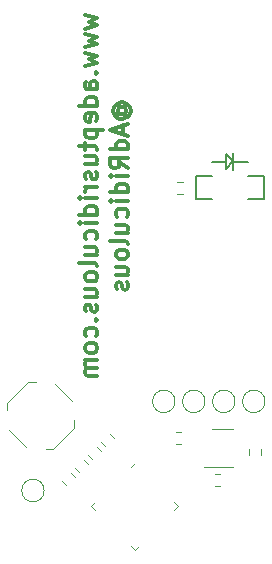
<source format=gbr>
G04 #@! TF.GenerationSoftware,KiCad,Pcbnew,(5.1.8)-1*
G04 #@! TF.CreationDate,2021-05-01T00:31:05-04:00*
G04 #@! TF.ProjectId,pcb,7063622e-6b69-4636-9164-5f7063625858,1*
G04 #@! TF.SameCoordinates,Original*
G04 #@! TF.FileFunction,Legend,Bot*
G04 #@! TF.FilePolarity,Positive*
%FSLAX46Y46*%
G04 Gerber Fmt 4.6, Leading zero omitted, Abs format (unit mm)*
G04 Created by KiCad (PCBNEW (5.1.8)-1) date 2021-05-01 00:31:05*
%MOMM*%
%LPD*%
G01*
G04 APERTURE LIST*
%ADD10C,0.304800*%
%ADD11C,0.120000*%
%ADD12C,0.203200*%
%ADD13C,1.601600*%
%ADD14C,2.301600*%
G04 APERTURE END LIST*
D10*
X202008028Y-74701142D02*
X203024028Y-74991428D01*
X202298314Y-75281714D01*
X203024028Y-75572000D01*
X202008028Y-75862285D01*
X202008028Y-76297714D02*
X203024028Y-76588000D01*
X202298314Y-76878285D01*
X203024028Y-77168571D01*
X202008028Y-77458857D01*
X202008028Y-77894285D02*
X203024028Y-78184571D01*
X202298314Y-78474857D01*
X203024028Y-78765142D01*
X202008028Y-79055428D01*
X202878885Y-79636000D02*
X202951457Y-79708571D01*
X203024028Y-79636000D01*
X202951457Y-79563428D01*
X202878885Y-79636000D01*
X203024028Y-79636000D01*
X203024028Y-81014857D02*
X202225742Y-81014857D01*
X202080600Y-80942285D01*
X202008028Y-80797142D01*
X202008028Y-80506857D01*
X202080600Y-80361714D01*
X202951457Y-81014857D02*
X203024028Y-80869714D01*
X203024028Y-80506857D01*
X202951457Y-80361714D01*
X202806314Y-80289142D01*
X202661171Y-80289142D01*
X202516028Y-80361714D01*
X202443457Y-80506857D01*
X202443457Y-80869714D01*
X202370885Y-81014857D01*
X203024028Y-82393714D02*
X201500028Y-82393714D01*
X202951457Y-82393714D02*
X203024028Y-82248571D01*
X203024028Y-81958285D01*
X202951457Y-81813142D01*
X202878885Y-81740571D01*
X202733742Y-81668000D01*
X202298314Y-81668000D01*
X202153171Y-81740571D01*
X202080600Y-81813142D01*
X202008028Y-81958285D01*
X202008028Y-82248571D01*
X202080600Y-82393714D01*
X202951457Y-83700000D02*
X203024028Y-83554857D01*
X203024028Y-83264571D01*
X202951457Y-83119428D01*
X202806314Y-83046857D01*
X202225742Y-83046857D01*
X202080600Y-83119428D01*
X202008028Y-83264571D01*
X202008028Y-83554857D01*
X202080600Y-83700000D01*
X202225742Y-83772571D01*
X202370885Y-83772571D01*
X202516028Y-83046857D01*
X202008028Y-84425714D02*
X203532028Y-84425714D01*
X202080600Y-84425714D02*
X202008028Y-84570857D01*
X202008028Y-84861142D01*
X202080600Y-85006285D01*
X202153171Y-85078857D01*
X202298314Y-85151428D01*
X202733742Y-85151428D01*
X202878885Y-85078857D01*
X202951457Y-85006285D01*
X203024028Y-84861142D01*
X203024028Y-84570857D01*
X202951457Y-84425714D01*
X202008028Y-85586857D02*
X202008028Y-86167428D01*
X201500028Y-85804571D02*
X202806314Y-85804571D01*
X202951457Y-85877142D01*
X203024028Y-86022285D01*
X203024028Y-86167428D01*
X202008028Y-87328571D02*
X203024028Y-87328571D01*
X202008028Y-86675428D02*
X202806314Y-86675428D01*
X202951457Y-86748000D01*
X203024028Y-86893142D01*
X203024028Y-87110857D01*
X202951457Y-87256000D01*
X202878885Y-87328571D01*
X202951457Y-87981714D02*
X203024028Y-88126857D01*
X203024028Y-88417142D01*
X202951457Y-88562285D01*
X202806314Y-88634857D01*
X202733742Y-88634857D01*
X202588600Y-88562285D01*
X202516028Y-88417142D01*
X202516028Y-88199428D01*
X202443457Y-88054285D01*
X202298314Y-87981714D01*
X202225742Y-87981714D01*
X202080600Y-88054285D01*
X202008028Y-88199428D01*
X202008028Y-88417142D01*
X202080600Y-88562285D01*
X203024028Y-89288000D02*
X202008028Y-89288000D01*
X202298314Y-89288000D02*
X202153171Y-89360571D01*
X202080600Y-89433142D01*
X202008028Y-89578285D01*
X202008028Y-89723428D01*
X203024028Y-90231428D02*
X202008028Y-90231428D01*
X201500028Y-90231428D02*
X201572600Y-90158857D01*
X201645171Y-90231428D01*
X201572600Y-90304000D01*
X201500028Y-90231428D01*
X201645171Y-90231428D01*
X203024028Y-91610285D02*
X201500028Y-91610285D01*
X202951457Y-91610285D02*
X203024028Y-91465142D01*
X203024028Y-91174857D01*
X202951457Y-91029714D01*
X202878885Y-90957142D01*
X202733742Y-90884571D01*
X202298314Y-90884571D01*
X202153171Y-90957142D01*
X202080600Y-91029714D01*
X202008028Y-91174857D01*
X202008028Y-91465142D01*
X202080600Y-91610285D01*
X203024028Y-92336000D02*
X202008028Y-92336000D01*
X201500028Y-92336000D02*
X201572600Y-92263428D01*
X201645171Y-92336000D01*
X201572600Y-92408571D01*
X201500028Y-92336000D01*
X201645171Y-92336000D01*
X202951457Y-93714857D02*
X203024028Y-93569714D01*
X203024028Y-93279428D01*
X202951457Y-93134285D01*
X202878885Y-93061714D01*
X202733742Y-92989142D01*
X202298314Y-92989142D01*
X202153171Y-93061714D01*
X202080600Y-93134285D01*
X202008028Y-93279428D01*
X202008028Y-93569714D01*
X202080600Y-93714857D01*
X202008028Y-95021142D02*
X203024028Y-95021142D01*
X202008028Y-94368000D02*
X202806314Y-94368000D01*
X202951457Y-94440571D01*
X203024028Y-94585714D01*
X203024028Y-94803428D01*
X202951457Y-94948571D01*
X202878885Y-95021142D01*
X203024028Y-95964571D02*
X202951457Y-95819428D01*
X202806314Y-95746857D01*
X201500028Y-95746857D01*
X203024028Y-96762857D02*
X202951457Y-96617714D01*
X202878885Y-96545142D01*
X202733742Y-96472571D01*
X202298314Y-96472571D01*
X202153171Y-96545142D01*
X202080600Y-96617714D01*
X202008028Y-96762857D01*
X202008028Y-96980571D01*
X202080600Y-97125714D01*
X202153171Y-97198285D01*
X202298314Y-97270857D01*
X202733742Y-97270857D01*
X202878885Y-97198285D01*
X202951457Y-97125714D01*
X203024028Y-96980571D01*
X203024028Y-96762857D01*
X202008028Y-98577142D02*
X203024028Y-98577142D01*
X202008028Y-97924000D02*
X202806314Y-97924000D01*
X202951457Y-97996571D01*
X203024028Y-98141714D01*
X203024028Y-98359428D01*
X202951457Y-98504571D01*
X202878885Y-98577142D01*
X202951457Y-99230285D02*
X203024028Y-99375428D01*
X203024028Y-99665714D01*
X202951457Y-99810857D01*
X202806314Y-99883428D01*
X202733742Y-99883428D01*
X202588600Y-99810857D01*
X202516028Y-99665714D01*
X202516028Y-99448000D01*
X202443457Y-99302857D01*
X202298314Y-99230285D01*
X202225742Y-99230285D01*
X202080600Y-99302857D01*
X202008028Y-99448000D01*
X202008028Y-99665714D01*
X202080600Y-99810857D01*
X202878885Y-100536571D02*
X202951457Y-100609142D01*
X203024028Y-100536571D01*
X202951457Y-100464000D01*
X202878885Y-100536571D01*
X203024028Y-100536571D01*
X202951457Y-101915428D02*
X203024028Y-101770285D01*
X203024028Y-101480000D01*
X202951457Y-101334857D01*
X202878885Y-101262285D01*
X202733742Y-101189714D01*
X202298314Y-101189714D01*
X202153171Y-101262285D01*
X202080600Y-101334857D01*
X202008028Y-101480000D01*
X202008028Y-101770285D01*
X202080600Y-101915428D01*
X203024028Y-102786285D02*
X202951457Y-102641142D01*
X202878885Y-102568571D01*
X202733742Y-102496000D01*
X202298314Y-102496000D01*
X202153171Y-102568571D01*
X202080600Y-102641142D01*
X202008028Y-102786285D01*
X202008028Y-103004000D01*
X202080600Y-103149142D01*
X202153171Y-103221714D01*
X202298314Y-103294285D01*
X202733742Y-103294285D01*
X202878885Y-103221714D01*
X202951457Y-103149142D01*
X203024028Y-103004000D01*
X203024028Y-102786285D01*
X203024028Y-103947428D02*
X202008028Y-103947428D01*
X202153171Y-103947428D02*
X202080600Y-104020000D01*
X202008028Y-104165142D01*
X202008028Y-104382857D01*
X202080600Y-104528000D01*
X202225742Y-104600571D01*
X203024028Y-104600571D01*
X202225742Y-104600571D02*
X202080600Y-104673142D01*
X202008028Y-104818285D01*
X202008028Y-105036000D01*
X202080600Y-105181142D01*
X202225742Y-105253714D01*
X203024028Y-105253714D01*
X204889114Y-83119428D02*
X204816542Y-83046857D01*
X204743971Y-82901714D01*
X204743971Y-82756571D01*
X204816542Y-82611428D01*
X204889114Y-82538857D01*
X205034257Y-82466285D01*
X205179400Y-82466285D01*
X205324542Y-82538857D01*
X205397114Y-82611428D01*
X205469685Y-82756571D01*
X205469685Y-82901714D01*
X205397114Y-83046857D01*
X205324542Y-83119428D01*
X204743971Y-83119428D02*
X205324542Y-83119428D01*
X205397114Y-83192000D01*
X205397114Y-83264571D01*
X205324542Y-83409714D01*
X205179400Y-83482285D01*
X204816542Y-83482285D01*
X204598828Y-83337142D01*
X204453685Y-83119428D01*
X204381114Y-82829142D01*
X204453685Y-82538857D01*
X204598828Y-82321142D01*
X204816542Y-82176000D01*
X205106828Y-82103428D01*
X205397114Y-82176000D01*
X205614828Y-82321142D01*
X205759971Y-82538857D01*
X205832542Y-82829142D01*
X205759971Y-83119428D01*
X205614828Y-83337142D01*
X205179400Y-84062857D02*
X205179400Y-84788571D01*
X205614828Y-83917714D02*
X204090828Y-84425714D01*
X205614828Y-84933714D01*
X205614828Y-86094857D02*
X204090828Y-86094857D01*
X205542257Y-86094857D02*
X205614828Y-85949714D01*
X205614828Y-85659428D01*
X205542257Y-85514285D01*
X205469685Y-85441714D01*
X205324542Y-85369142D01*
X204889114Y-85369142D01*
X204743971Y-85441714D01*
X204671400Y-85514285D01*
X204598828Y-85659428D01*
X204598828Y-85949714D01*
X204671400Y-86094857D01*
X205614828Y-87691428D02*
X204889114Y-87183428D01*
X205614828Y-86820571D02*
X204090828Y-86820571D01*
X204090828Y-87401142D01*
X204163400Y-87546285D01*
X204235971Y-87618857D01*
X204381114Y-87691428D01*
X204598828Y-87691428D01*
X204743971Y-87618857D01*
X204816542Y-87546285D01*
X204889114Y-87401142D01*
X204889114Y-86820571D01*
X205614828Y-88344571D02*
X204598828Y-88344571D01*
X204090828Y-88344571D02*
X204163400Y-88272000D01*
X204235971Y-88344571D01*
X204163400Y-88417142D01*
X204090828Y-88344571D01*
X204235971Y-88344571D01*
X205614828Y-89723428D02*
X204090828Y-89723428D01*
X205542257Y-89723428D02*
X205614828Y-89578285D01*
X205614828Y-89288000D01*
X205542257Y-89142857D01*
X205469685Y-89070285D01*
X205324542Y-88997714D01*
X204889114Y-88997714D01*
X204743971Y-89070285D01*
X204671400Y-89142857D01*
X204598828Y-89288000D01*
X204598828Y-89578285D01*
X204671400Y-89723428D01*
X205614828Y-90449142D02*
X204598828Y-90449142D01*
X204090828Y-90449142D02*
X204163400Y-90376571D01*
X204235971Y-90449142D01*
X204163400Y-90521714D01*
X204090828Y-90449142D01*
X204235971Y-90449142D01*
X205542257Y-91828000D02*
X205614828Y-91682857D01*
X205614828Y-91392571D01*
X205542257Y-91247428D01*
X205469685Y-91174857D01*
X205324542Y-91102285D01*
X204889114Y-91102285D01*
X204743971Y-91174857D01*
X204671400Y-91247428D01*
X204598828Y-91392571D01*
X204598828Y-91682857D01*
X204671400Y-91828000D01*
X204598828Y-93134285D02*
X205614828Y-93134285D01*
X204598828Y-92481142D02*
X205397114Y-92481142D01*
X205542257Y-92553714D01*
X205614828Y-92698857D01*
X205614828Y-92916571D01*
X205542257Y-93061714D01*
X205469685Y-93134285D01*
X205614828Y-94077714D02*
X205542257Y-93932571D01*
X205397114Y-93860000D01*
X204090828Y-93860000D01*
X205614828Y-94876000D02*
X205542257Y-94730857D01*
X205469685Y-94658285D01*
X205324542Y-94585714D01*
X204889114Y-94585714D01*
X204743971Y-94658285D01*
X204671400Y-94730857D01*
X204598828Y-94876000D01*
X204598828Y-95093714D01*
X204671400Y-95238857D01*
X204743971Y-95311428D01*
X204889114Y-95384000D01*
X205324542Y-95384000D01*
X205469685Y-95311428D01*
X205542257Y-95238857D01*
X205614828Y-95093714D01*
X205614828Y-94876000D01*
X204598828Y-96690285D02*
X205614828Y-96690285D01*
X204598828Y-96037142D02*
X205397114Y-96037142D01*
X205542257Y-96109714D01*
X205614828Y-96254857D01*
X205614828Y-96472571D01*
X205542257Y-96617714D01*
X205469685Y-96690285D01*
X205542257Y-97343428D02*
X205614828Y-97488571D01*
X205614828Y-97778857D01*
X205542257Y-97924000D01*
X205397114Y-97996571D01*
X205324542Y-97996571D01*
X205179400Y-97924000D01*
X205106828Y-97778857D01*
X205106828Y-97561142D01*
X205034257Y-97416000D01*
X204889114Y-97343428D01*
X204816542Y-97343428D01*
X204671400Y-97416000D01*
X204598828Y-97561142D01*
X204598828Y-97778857D01*
X204671400Y-97924000D01*
D11*
X201901697Y-112362770D02*
X202237230Y-112698303D01*
X201162770Y-113101697D02*
X201498303Y-113437230D01*
X203337230Y-111598303D02*
X203001697Y-111262770D01*
X202598303Y-112337230D02*
X202262770Y-112001697D01*
X203698303Y-111237230D02*
X203362770Y-110901697D01*
X204437230Y-110498303D02*
X204101697Y-110162770D01*
X212962742Y-113577500D02*
X213437258Y-113577500D01*
X212962742Y-114622500D02*
X213437258Y-114622500D01*
X216922500Y-111937258D02*
X216922500Y-111462742D01*
X215877500Y-111937258D02*
X215877500Y-111462742D01*
X210137258Y-109977500D02*
X209662742Y-109977500D01*
X210137258Y-111022500D02*
X209662742Y-111022500D01*
X210257258Y-88807500D02*
X209782742Y-88807500D01*
X210257258Y-89852500D02*
X209782742Y-89852500D01*
X200398303Y-114537230D02*
X200062770Y-114201697D01*
X201137230Y-113798303D02*
X200801697Y-113462770D01*
X217220000Y-107420000D02*
G75*
G03*
X217220000Y-107420000I-950000J0D01*
G01*
X212140000Y-107420000D02*
G75*
G03*
X212140000Y-107420000I-950000J0D01*
G01*
X214680000Y-107420000D02*
G75*
G03*
X214680000Y-107420000I-950000J0D01*
G01*
X209600000Y-107420000D02*
G75*
G03*
X209600000Y-107420000I-950000J0D01*
G01*
X198520000Y-114970000D02*
G75*
G03*
X198520000Y-114970000I-950000J0D01*
G01*
X205864124Y-112944778D02*
X206200000Y-112608903D01*
X206200000Y-119991097D02*
X205864124Y-119655222D01*
X206535876Y-119655222D02*
X206200000Y-119991097D01*
X209891097Y-116300000D02*
X209555222Y-115964124D01*
X209555222Y-116635876D02*
X209891097Y-116300000D01*
X202508903Y-116300000D02*
X202844778Y-116635876D01*
X202844778Y-115964124D02*
X202508903Y-116300000D01*
X214500000Y-113010000D02*
X212050000Y-113010000D01*
X212700000Y-109790000D02*
X214500000Y-109790000D01*
D12*
X214540000Y-87120000D02*
X215740000Y-87120000D01*
X212740000Y-87120000D02*
X213940000Y-87120000D01*
X213940000Y-86510000D02*
X214540000Y-87110000D01*
X213940000Y-87120000D02*
X213940000Y-86510000D01*
X213940000Y-87710000D02*
X213940000Y-87120000D01*
X214540000Y-87110000D02*
X213940000Y-87710000D01*
X214540000Y-87110000D02*
X214540000Y-86410000D01*
X214540000Y-87120000D02*
X214540000Y-87110000D01*
X214540000Y-87810000D02*
X214540000Y-87120000D01*
X217140000Y-88320000D02*
X215740000Y-88320000D01*
X217140000Y-90320000D02*
X217140000Y-88320000D01*
X215740000Y-90320000D02*
X217140000Y-90320000D01*
X211340000Y-88320000D02*
X212740000Y-88320000D01*
X211340000Y-90320000D02*
X211340000Y-88320000D01*
X212740000Y-90320000D02*
X211340000Y-90320000D01*
D11*
X199280660Y-111418427D02*
X201048427Y-109650660D01*
X196982563Y-111241650D02*
X195568350Y-109827437D01*
X195391573Y-107529340D02*
X197159340Y-105761573D01*
X200871650Y-107352563D02*
X199457437Y-105938350D01*
X198644264Y-111418427D02*
X199280660Y-111418427D01*
X201048427Y-109014264D02*
X201048427Y-109650660D01*
X197795736Y-105761573D02*
X197159340Y-105761573D01*
X195391573Y-108165736D02*
X195391573Y-107529340D01*
%LPC*%
G36*
G01*
X200585458Y-112210288D02*
X201010288Y-111785458D01*
G75*
G02*
X201329052Y-111785458I159382J-159382D01*
G01*
X201647816Y-112104222D01*
G75*
G02*
X201647816Y-112422986I-159382J-159382D01*
G01*
X201222986Y-112847816D01*
G75*
G02*
X200904222Y-112847816I-159382J159382D01*
G01*
X200585458Y-112529052D01*
G75*
G02*
X200585458Y-112210288I159382J159382D01*
G01*
G37*
G36*
G01*
X201752184Y-113377014D02*
X202177014Y-112952184D01*
G75*
G02*
X202495778Y-112952184I159382J-159382D01*
G01*
X202814542Y-113270948D01*
G75*
G02*
X202814542Y-113589712I-159382J-159382D01*
G01*
X202389712Y-114014542D01*
G75*
G02*
X202070948Y-114014542I-159382J159382D01*
G01*
X201752184Y-113695778D01*
G75*
G02*
X201752184Y-113377014I159382J159382D01*
G01*
G37*
G36*
G01*
X202747816Y-111322986D02*
X202322986Y-111747816D01*
G75*
G02*
X202004222Y-111747816I-159382J159382D01*
G01*
X201685458Y-111429052D01*
G75*
G02*
X201685458Y-111110288I159382J159382D01*
G01*
X202110288Y-110685458D01*
G75*
G02*
X202429052Y-110685458I159382J-159382D01*
G01*
X202747816Y-111004222D01*
G75*
G02*
X202747816Y-111322986I-159382J-159382D01*
G01*
G37*
G36*
G01*
X203914542Y-112489712D02*
X203489712Y-112914542D01*
G75*
G02*
X203170948Y-112914542I-159382J159382D01*
G01*
X202852184Y-112595778D01*
G75*
G02*
X202852184Y-112277014I159382J159382D01*
G01*
X203277014Y-111852184D01*
G75*
G02*
X203595778Y-111852184I159382J-159382D01*
G01*
X203914542Y-112170948D01*
G75*
G02*
X203914542Y-112489712I-159382J-159382D01*
G01*
G37*
G36*
G01*
X205014542Y-111389712D02*
X204589712Y-111814542D01*
G75*
G02*
X204270948Y-111814542I-159382J159382D01*
G01*
X203952184Y-111495778D01*
G75*
G02*
X203952184Y-111177014I159382J159382D01*
G01*
X204377014Y-110752184D01*
G75*
G02*
X204695778Y-110752184I159382J-159382D01*
G01*
X205014542Y-111070948D01*
G75*
G02*
X205014542Y-111389712I-159382J-159382D01*
G01*
G37*
G36*
G01*
X203847816Y-110222986D02*
X203422986Y-110647816D01*
G75*
G02*
X203104222Y-110647816I-159382J159382D01*
G01*
X202785458Y-110329052D01*
G75*
G02*
X202785458Y-110010288I159382J159382D01*
G01*
X203210288Y-109585458D01*
G75*
G02*
X203529052Y-109585458I159382J-159382D01*
G01*
X203847816Y-109904222D01*
G75*
G02*
X203847816Y-110222986I-159382J-159382D01*
G01*
G37*
G36*
G01*
X211924200Y-114400400D02*
X211924200Y-113799600D01*
G75*
G02*
X212149600Y-113574200I225400J0D01*
G01*
X212600400Y-113574200D01*
G75*
G02*
X212825800Y-113799600I0J-225400D01*
G01*
X212825800Y-114400400D01*
G75*
G02*
X212600400Y-114625800I-225400J0D01*
G01*
X212149600Y-114625800D01*
G75*
G02*
X211924200Y-114400400I0J225400D01*
G01*
G37*
G36*
G01*
X213574200Y-114400400D02*
X213574200Y-113799600D01*
G75*
G02*
X213799600Y-113574200I225400J0D01*
G01*
X214250400Y-113574200D01*
G75*
G02*
X214475800Y-113799600I0J-225400D01*
G01*
X214475800Y-114400400D01*
G75*
G02*
X214250400Y-114625800I-225400J0D01*
G01*
X213799600Y-114625800D01*
G75*
G02*
X213574200Y-114400400I0J225400D01*
G01*
G37*
G36*
G01*
X216700400Y-111325800D02*
X216099600Y-111325800D01*
G75*
G02*
X215874200Y-111100400I0J225400D01*
G01*
X215874200Y-110649600D01*
G75*
G02*
X216099600Y-110424200I225400J0D01*
G01*
X216700400Y-110424200D01*
G75*
G02*
X216925800Y-110649600I0J-225400D01*
G01*
X216925800Y-111100400D01*
G75*
G02*
X216700400Y-111325800I-225400J0D01*
G01*
G37*
G36*
G01*
X216700400Y-112975800D02*
X216099600Y-112975800D01*
G75*
G02*
X215874200Y-112750400I0J225400D01*
G01*
X215874200Y-112299600D01*
G75*
G02*
X216099600Y-112074200I225400J0D01*
G01*
X216700400Y-112074200D01*
G75*
G02*
X216925800Y-112299600I0J-225400D01*
G01*
X216925800Y-112750400D01*
G75*
G02*
X216700400Y-112975800I-225400J0D01*
G01*
G37*
G36*
G01*
X209525800Y-110199600D02*
X209525800Y-110800400D01*
G75*
G02*
X209300400Y-111025800I-225400J0D01*
G01*
X208849600Y-111025800D01*
G75*
G02*
X208624200Y-110800400I0J225400D01*
G01*
X208624200Y-110199600D01*
G75*
G02*
X208849600Y-109974200I225400J0D01*
G01*
X209300400Y-109974200D01*
G75*
G02*
X209525800Y-110199600I0J-225400D01*
G01*
G37*
G36*
G01*
X211175800Y-110199600D02*
X211175800Y-110800400D01*
G75*
G02*
X210950400Y-111025800I-225400J0D01*
G01*
X210499600Y-111025800D01*
G75*
G02*
X210274200Y-110800400I0J225400D01*
G01*
X210274200Y-110199600D01*
G75*
G02*
X210499600Y-109974200I225400J0D01*
G01*
X210950400Y-109974200D01*
G75*
G02*
X211175800Y-110199600I0J-225400D01*
G01*
G37*
G36*
G01*
X209645800Y-89029600D02*
X209645800Y-89630400D01*
G75*
G02*
X209420400Y-89855800I-225400J0D01*
G01*
X208969600Y-89855800D01*
G75*
G02*
X208744200Y-89630400I0J225400D01*
G01*
X208744200Y-89029600D01*
G75*
G02*
X208969600Y-88804200I225400J0D01*
G01*
X209420400Y-88804200D01*
G75*
G02*
X209645800Y-89029600I0J-225400D01*
G01*
G37*
G36*
G01*
X211295800Y-89029600D02*
X211295800Y-89630400D01*
G75*
G02*
X211070400Y-89855800I-225400J0D01*
G01*
X210619600Y-89855800D01*
G75*
G02*
X210394200Y-89630400I0J225400D01*
G01*
X210394200Y-89029600D01*
G75*
G02*
X210619600Y-88804200I225400J0D01*
G01*
X211070400Y-88804200D01*
G75*
G02*
X211295800Y-89029600I0J-225400D01*
G01*
G37*
G36*
G01*
X201714542Y-114689712D02*
X201289712Y-115114542D01*
G75*
G02*
X200970948Y-115114542I-159382J159382D01*
G01*
X200652184Y-114795778D01*
G75*
G02*
X200652184Y-114477014I159382J159382D01*
G01*
X201077014Y-114052184D01*
G75*
G02*
X201395778Y-114052184I159382J-159382D01*
G01*
X201714542Y-114370948D01*
G75*
G02*
X201714542Y-114689712I-159382J-159382D01*
G01*
G37*
G36*
G01*
X200547816Y-113522986D02*
X200122986Y-113947816D01*
G75*
G02*
X199804222Y-113947816I-159382J159382D01*
G01*
X199485458Y-113629052D01*
G75*
G02*
X199485458Y-113310288I159382J159382D01*
G01*
X199910288Y-112885458D01*
G75*
G02*
X200229052Y-112885458I159382J-159382D01*
G01*
X200547816Y-113204222D01*
G75*
G02*
X200547816Y-113522986I-159382J-159382D01*
G01*
G37*
D13*
X216270000Y-107420000D03*
X211190000Y-107420000D03*
X213730000Y-107420000D03*
X208650000Y-107420000D03*
X197570000Y-114970000D03*
G36*
G01*
X206951584Y-112949233D02*
X207075894Y-113073543D01*
G75*
G02*
X207075894Y-113197853I-62155J-62155D01*
G01*
X206562676Y-113711071D01*
G75*
G02*
X206438366Y-113711071I-62155J62155D01*
G01*
X206314056Y-113586761D01*
G75*
G02*
X206314056Y-113462451I62155J62155D01*
G01*
X206827274Y-112949233D01*
G75*
G02*
X206951584Y-112949233I62155J-62155D01*
G01*
G37*
G36*
G01*
X207305137Y-113302786D02*
X207429447Y-113427096D01*
G75*
G02*
X207429447Y-113551406I-62155J-62155D01*
G01*
X206916229Y-114064624D01*
G75*
G02*
X206791919Y-114064624I-62155J62155D01*
G01*
X206667609Y-113940314D01*
G75*
G02*
X206667609Y-113816004I62155J62155D01*
G01*
X207180827Y-113302786D01*
G75*
G02*
X207305137Y-113302786I62155J-62155D01*
G01*
G37*
G36*
G01*
X207658691Y-113656339D02*
X207783001Y-113780649D01*
G75*
G02*
X207783001Y-113904959I-62155J-62155D01*
G01*
X207269783Y-114418177D01*
G75*
G02*
X207145473Y-114418177I-62155J62155D01*
G01*
X207021163Y-114293867D01*
G75*
G02*
X207021163Y-114169557I62155J62155D01*
G01*
X207534381Y-113656339D01*
G75*
G02*
X207658691Y-113656339I62155J-62155D01*
G01*
G37*
G36*
G01*
X208012244Y-114009893D02*
X208136554Y-114134203D01*
G75*
G02*
X208136554Y-114258513I-62155J-62155D01*
G01*
X207623336Y-114771731D01*
G75*
G02*
X207499026Y-114771731I-62155J62155D01*
G01*
X207374716Y-114647421D01*
G75*
G02*
X207374716Y-114523111I62155J62155D01*
G01*
X207887934Y-114009893D01*
G75*
G02*
X208012244Y-114009893I62155J-62155D01*
G01*
G37*
G36*
G01*
X208365797Y-114363446D02*
X208490107Y-114487756D01*
G75*
G02*
X208490107Y-114612066I-62155J-62155D01*
G01*
X207976889Y-115125284D01*
G75*
G02*
X207852579Y-115125284I-62155J62155D01*
G01*
X207728269Y-115000974D01*
G75*
G02*
X207728269Y-114876664I62155J62155D01*
G01*
X208241487Y-114363446D01*
G75*
G02*
X208365797Y-114363446I62155J-62155D01*
G01*
G37*
G36*
G01*
X208719351Y-114716999D02*
X208843661Y-114841309D01*
G75*
G02*
X208843661Y-114965619I-62155J-62155D01*
G01*
X208330443Y-115478837D01*
G75*
G02*
X208206133Y-115478837I-62155J62155D01*
G01*
X208081823Y-115354527D01*
G75*
G02*
X208081823Y-115230217I62155J62155D01*
G01*
X208595041Y-114716999D01*
G75*
G02*
X208719351Y-114716999I62155J-62155D01*
G01*
G37*
G36*
G01*
X209072904Y-115070553D02*
X209197214Y-115194863D01*
G75*
G02*
X209197214Y-115319173I-62155J-62155D01*
G01*
X208683996Y-115832391D01*
G75*
G02*
X208559686Y-115832391I-62155J62155D01*
G01*
X208435376Y-115708081D01*
G75*
G02*
X208435376Y-115583771I62155J62155D01*
G01*
X208948594Y-115070553D01*
G75*
G02*
X209072904Y-115070553I62155J-62155D01*
G01*
G37*
G36*
G01*
X209426457Y-115424106D02*
X209550767Y-115548416D01*
G75*
G02*
X209550767Y-115672726I-62155J-62155D01*
G01*
X209037549Y-116185944D01*
G75*
G02*
X208913239Y-116185944I-62155J62155D01*
G01*
X208788929Y-116061634D01*
G75*
G02*
X208788929Y-115937324I62155J62155D01*
G01*
X209302147Y-115424106D01*
G75*
G02*
X209426457Y-115424106I62155J-62155D01*
G01*
G37*
G36*
G01*
X209037549Y-116414056D02*
X209550767Y-116927274D01*
G75*
G02*
X209550767Y-117051584I-62155J-62155D01*
G01*
X209426457Y-117175894D01*
G75*
G02*
X209302147Y-117175894I-62155J62155D01*
G01*
X208788929Y-116662676D01*
G75*
G02*
X208788929Y-116538366I62155J62155D01*
G01*
X208913239Y-116414056D01*
G75*
G02*
X209037549Y-116414056I62155J-62155D01*
G01*
G37*
G36*
G01*
X208683996Y-116767609D02*
X209197214Y-117280827D01*
G75*
G02*
X209197214Y-117405137I-62155J-62155D01*
G01*
X209072904Y-117529447D01*
G75*
G02*
X208948594Y-117529447I-62155J62155D01*
G01*
X208435376Y-117016229D01*
G75*
G02*
X208435376Y-116891919I62155J62155D01*
G01*
X208559686Y-116767609D01*
G75*
G02*
X208683996Y-116767609I62155J-62155D01*
G01*
G37*
G36*
G01*
X208330443Y-117121163D02*
X208843661Y-117634381D01*
G75*
G02*
X208843661Y-117758691I-62155J-62155D01*
G01*
X208719351Y-117883001D01*
G75*
G02*
X208595041Y-117883001I-62155J62155D01*
G01*
X208081823Y-117369783D01*
G75*
G02*
X208081823Y-117245473I62155J62155D01*
G01*
X208206133Y-117121163D01*
G75*
G02*
X208330443Y-117121163I62155J-62155D01*
G01*
G37*
G36*
G01*
X207976889Y-117474716D02*
X208490107Y-117987934D01*
G75*
G02*
X208490107Y-118112244I-62155J-62155D01*
G01*
X208365797Y-118236554D01*
G75*
G02*
X208241487Y-118236554I-62155J62155D01*
G01*
X207728269Y-117723336D01*
G75*
G02*
X207728269Y-117599026I62155J62155D01*
G01*
X207852579Y-117474716D01*
G75*
G02*
X207976889Y-117474716I62155J-62155D01*
G01*
G37*
G36*
G01*
X207623336Y-117828269D02*
X208136554Y-118341487D01*
G75*
G02*
X208136554Y-118465797I-62155J-62155D01*
G01*
X208012244Y-118590107D01*
G75*
G02*
X207887934Y-118590107I-62155J62155D01*
G01*
X207374716Y-118076889D01*
G75*
G02*
X207374716Y-117952579I62155J62155D01*
G01*
X207499026Y-117828269D01*
G75*
G02*
X207623336Y-117828269I62155J-62155D01*
G01*
G37*
G36*
G01*
X207269783Y-118181823D02*
X207783001Y-118695041D01*
G75*
G02*
X207783001Y-118819351I-62155J-62155D01*
G01*
X207658691Y-118943661D01*
G75*
G02*
X207534381Y-118943661I-62155J62155D01*
G01*
X207021163Y-118430443D01*
G75*
G02*
X207021163Y-118306133I62155J62155D01*
G01*
X207145473Y-118181823D01*
G75*
G02*
X207269783Y-118181823I62155J-62155D01*
G01*
G37*
G36*
G01*
X206916229Y-118535376D02*
X207429447Y-119048594D01*
G75*
G02*
X207429447Y-119172904I-62155J-62155D01*
G01*
X207305137Y-119297214D01*
G75*
G02*
X207180827Y-119297214I-62155J62155D01*
G01*
X206667609Y-118783996D01*
G75*
G02*
X206667609Y-118659686I62155J62155D01*
G01*
X206791919Y-118535376D01*
G75*
G02*
X206916229Y-118535376I62155J-62155D01*
G01*
G37*
G36*
G01*
X206562676Y-118888929D02*
X207075894Y-119402147D01*
G75*
G02*
X207075894Y-119526457I-62155J-62155D01*
G01*
X206951584Y-119650767D01*
G75*
G02*
X206827274Y-119650767I-62155J62155D01*
G01*
X206314056Y-119137549D01*
G75*
G02*
X206314056Y-119013239I62155J62155D01*
G01*
X206438366Y-118888929D01*
G75*
G02*
X206562676Y-118888929I62155J-62155D01*
G01*
G37*
G36*
G01*
X205961634Y-118888929D02*
X206085944Y-119013239D01*
G75*
G02*
X206085944Y-119137549I-62155J-62155D01*
G01*
X205572726Y-119650767D01*
G75*
G02*
X205448416Y-119650767I-62155J62155D01*
G01*
X205324106Y-119526457D01*
G75*
G02*
X205324106Y-119402147I62155J62155D01*
G01*
X205837324Y-118888929D01*
G75*
G02*
X205961634Y-118888929I62155J-62155D01*
G01*
G37*
G36*
G01*
X205608081Y-118535376D02*
X205732391Y-118659686D01*
G75*
G02*
X205732391Y-118783996I-62155J-62155D01*
G01*
X205219173Y-119297214D01*
G75*
G02*
X205094863Y-119297214I-62155J62155D01*
G01*
X204970553Y-119172904D01*
G75*
G02*
X204970553Y-119048594I62155J62155D01*
G01*
X205483771Y-118535376D01*
G75*
G02*
X205608081Y-118535376I62155J-62155D01*
G01*
G37*
G36*
G01*
X205254527Y-118181823D02*
X205378837Y-118306133D01*
G75*
G02*
X205378837Y-118430443I-62155J-62155D01*
G01*
X204865619Y-118943661D01*
G75*
G02*
X204741309Y-118943661I-62155J62155D01*
G01*
X204616999Y-118819351D01*
G75*
G02*
X204616999Y-118695041I62155J62155D01*
G01*
X205130217Y-118181823D01*
G75*
G02*
X205254527Y-118181823I62155J-62155D01*
G01*
G37*
G36*
G01*
X204900974Y-117828269D02*
X205025284Y-117952579D01*
G75*
G02*
X205025284Y-118076889I-62155J-62155D01*
G01*
X204512066Y-118590107D01*
G75*
G02*
X204387756Y-118590107I-62155J62155D01*
G01*
X204263446Y-118465797D01*
G75*
G02*
X204263446Y-118341487I62155J62155D01*
G01*
X204776664Y-117828269D01*
G75*
G02*
X204900974Y-117828269I62155J-62155D01*
G01*
G37*
G36*
G01*
X204547421Y-117474716D02*
X204671731Y-117599026D01*
G75*
G02*
X204671731Y-117723336I-62155J-62155D01*
G01*
X204158513Y-118236554D01*
G75*
G02*
X204034203Y-118236554I-62155J62155D01*
G01*
X203909893Y-118112244D01*
G75*
G02*
X203909893Y-117987934I62155J62155D01*
G01*
X204423111Y-117474716D01*
G75*
G02*
X204547421Y-117474716I62155J-62155D01*
G01*
G37*
G36*
G01*
X204193867Y-117121163D02*
X204318177Y-117245473D01*
G75*
G02*
X204318177Y-117369783I-62155J-62155D01*
G01*
X203804959Y-117883001D01*
G75*
G02*
X203680649Y-117883001I-62155J62155D01*
G01*
X203556339Y-117758691D01*
G75*
G02*
X203556339Y-117634381I62155J62155D01*
G01*
X204069557Y-117121163D01*
G75*
G02*
X204193867Y-117121163I62155J-62155D01*
G01*
G37*
G36*
G01*
X203840314Y-116767609D02*
X203964624Y-116891919D01*
G75*
G02*
X203964624Y-117016229I-62155J-62155D01*
G01*
X203451406Y-117529447D01*
G75*
G02*
X203327096Y-117529447I-62155J62155D01*
G01*
X203202786Y-117405137D01*
G75*
G02*
X203202786Y-117280827I62155J62155D01*
G01*
X203716004Y-116767609D01*
G75*
G02*
X203840314Y-116767609I62155J-62155D01*
G01*
G37*
G36*
G01*
X203486761Y-116414056D02*
X203611071Y-116538366D01*
G75*
G02*
X203611071Y-116662676I-62155J-62155D01*
G01*
X203097853Y-117175894D01*
G75*
G02*
X202973543Y-117175894I-62155J62155D01*
G01*
X202849233Y-117051584D01*
G75*
G02*
X202849233Y-116927274I62155J62155D01*
G01*
X203362451Y-116414056D01*
G75*
G02*
X203486761Y-116414056I62155J-62155D01*
G01*
G37*
G36*
G01*
X203097853Y-115424106D02*
X203611071Y-115937324D01*
G75*
G02*
X203611071Y-116061634I-62155J-62155D01*
G01*
X203486761Y-116185944D01*
G75*
G02*
X203362451Y-116185944I-62155J62155D01*
G01*
X202849233Y-115672726D01*
G75*
G02*
X202849233Y-115548416I62155J62155D01*
G01*
X202973543Y-115424106D01*
G75*
G02*
X203097853Y-115424106I62155J-62155D01*
G01*
G37*
G36*
G01*
X203451406Y-115070553D02*
X203964624Y-115583771D01*
G75*
G02*
X203964624Y-115708081I-62155J-62155D01*
G01*
X203840314Y-115832391D01*
G75*
G02*
X203716004Y-115832391I-62155J62155D01*
G01*
X203202786Y-115319173D01*
G75*
G02*
X203202786Y-115194863I62155J62155D01*
G01*
X203327096Y-115070553D01*
G75*
G02*
X203451406Y-115070553I62155J-62155D01*
G01*
G37*
G36*
G01*
X203804959Y-114716999D02*
X204318177Y-115230217D01*
G75*
G02*
X204318177Y-115354527I-62155J-62155D01*
G01*
X204193867Y-115478837D01*
G75*
G02*
X204069557Y-115478837I-62155J62155D01*
G01*
X203556339Y-114965619D01*
G75*
G02*
X203556339Y-114841309I62155J62155D01*
G01*
X203680649Y-114716999D01*
G75*
G02*
X203804959Y-114716999I62155J-62155D01*
G01*
G37*
G36*
G01*
X204158513Y-114363446D02*
X204671731Y-114876664D01*
G75*
G02*
X204671731Y-115000974I-62155J-62155D01*
G01*
X204547421Y-115125284D01*
G75*
G02*
X204423111Y-115125284I-62155J62155D01*
G01*
X203909893Y-114612066D01*
G75*
G02*
X203909893Y-114487756I62155J62155D01*
G01*
X204034203Y-114363446D01*
G75*
G02*
X204158513Y-114363446I62155J-62155D01*
G01*
G37*
G36*
G01*
X204512066Y-114009893D02*
X205025284Y-114523111D01*
G75*
G02*
X205025284Y-114647421I-62155J-62155D01*
G01*
X204900974Y-114771731D01*
G75*
G02*
X204776664Y-114771731I-62155J62155D01*
G01*
X204263446Y-114258513D01*
G75*
G02*
X204263446Y-114134203I62155J62155D01*
G01*
X204387756Y-114009893D01*
G75*
G02*
X204512066Y-114009893I62155J-62155D01*
G01*
G37*
G36*
G01*
X204865619Y-113656339D02*
X205378837Y-114169557D01*
G75*
G02*
X205378837Y-114293867I-62155J-62155D01*
G01*
X205254527Y-114418177D01*
G75*
G02*
X205130217Y-114418177I-62155J62155D01*
G01*
X204616999Y-113904959D01*
G75*
G02*
X204616999Y-113780649I62155J62155D01*
G01*
X204741309Y-113656339D01*
G75*
G02*
X204865619Y-113656339I62155J-62155D01*
G01*
G37*
G36*
G01*
X205219173Y-113302786D02*
X205732391Y-113816004D01*
G75*
G02*
X205732391Y-113940314I-62155J-62155D01*
G01*
X205608081Y-114064624D01*
G75*
G02*
X205483771Y-114064624I-62155J62155D01*
G01*
X204970553Y-113551406D01*
G75*
G02*
X204970553Y-113427096I62155J62155D01*
G01*
X205094863Y-113302786D01*
G75*
G02*
X205219173Y-113302786I62155J-62155D01*
G01*
G37*
G36*
G01*
X205572726Y-112949233D02*
X206085944Y-113462451D01*
G75*
G02*
X206085944Y-113586761I-62155J-62155D01*
G01*
X205961634Y-113711071D01*
G75*
G02*
X205837324Y-113711071I-62155J62155D01*
G01*
X205324106Y-113197853D01*
G75*
G02*
X205324106Y-113073543I62155J62155D01*
G01*
X205448416Y-112949233D01*
G75*
G02*
X205572726Y-112949233I62155J-62155D01*
G01*
G37*
G36*
G01*
X206235921Y-113718495D02*
X208781505Y-116264079D01*
G75*
G02*
X208781505Y-116335921I-35921J-35921D01*
G01*
X206235921Y-118881505D01*
G75*
G02*
X206164079Y-118881505I-35921J35921D01*
G01*
X203618495Y-116335921D01*
G75*
G02*
X203618495Y-116264079I35921J35921D01*
G01*
X206164079Y-113718495D01*
G75*
G02*
X206235921Y-113718495I35921J-35921D01*
G01*
G37*
G36*
G01*
X211919200Y-112675000D02*
X211919200Y-112025000D01*
G75*
G02*
X211970000Y-111974200I50800J0D01*
G01*
X213030000Y-111974200D01*
G75*
G02*
X213080800Y-112025000I0J-50800D01*
G01*
X213080800Y-112675000D01*
G75*
G02*
X213030000Y-112725800I-50800J0D01*
G01*
X211970000Y-112725800D01*
G75*
G02*
X211919200Y-112675000I0J50800D01*
G01*
G37*
G36*
G01*
X211919200Y-111725000D02*
X211919200Y-111075000D01*
G75*
G02*
X211970000Y-111024200I50800J0D01*
G01*
X213030000Y-111024200D01*
G75*
G02*
X213080800Y-111075000I0J-50800D01*
G01*
X213080800Y-111725000D01*
G75*
G02*
X213030000Y-111775800I-50800J0D01*
G01*
X211970000Y-111775800D01*
G75*
G02*
X211919200Y-111725000I0J50800D01*
G01*
G37*
G36*
G01*
X211919200Y-110775000D02*
X211919200Y-110125000D01*
G75*
G02*
X211970000Y-110074200I50800J0D01*
G01*
X213030000Y-110074200D01*
G75*
G02*
X213080800Y-110125000I0J-50800D01*
G01*
X213080800Y-110775000D01*
G75*
G02*
X213030000Y-110825800I-50800J0D01*
G01*
X211970000Y-110825800D01*
G75*
G02*
X211919200Y-110775000I0J50800D01*
G01*
G37*
G36*
G01*
X214119200Y-110775000D02*
X214119200Y-110125000D01*
G75*
G02*
X214170000Y-110074200I50800J0D01*
G01*
X215230000Y-110074200D01*
G75*
G02*
X215280800Y-110125000I0J-50800D01*
G01*
X215280800Y-110775000D01*
G75*
G02*
X215230000Y-110825800I-50800J0D01*
G01*
X214170000Y-110825800D01*
G75*
G02*
X214119200Y-110775000I0J50800D01*
G01*
G37*
G36*
G01*
X214119200Y-112675000D02*
X214119200Y-112025000D01*
G75*
G02*
X214170000Y-111974200I50800J0D01*
G01*
X215230000Y-111974200D01*
G75*
G02*
X215280800Y-112025000I0J-50800D01*
G01*
X215280800Y-112675000D01*
G75*
G02*
X215230000Y-112725800I-50800J0D01*
G01*
X214170000Y-112725800D01*
G75*
G02*
X214119200Y-112675000I0J50800D01*
G01*
G37*
G36*
G01*
X211639200Y-89945000D02*
X211639200Y-88695000D01*
G75*
G02*
X211690000Y-88644200I50800J0D01*
G01*
X213090000Y-88644200D01*
G75*
G02*
X213140800Y-88695000I0J-50800D01*
G01*
X213140800Y-89945000D01*
G75*
G02*
X213090000Y-89995800I-50800J0D01*
G01*
X211690000Y-89995800D01*
G75*
G02*
X211639200Y-89945000I0J50800D01*
G01*
G37*
G36*
G01*
X215339200Y-89945000D02*
X215339200Y-88695000D01*
G75*
G02*
X215390000Y-88644200I50800J0D01*
G01*
X216790000Y-88644200D01*
G75*
G02*
X216840800Y-88695000I0J-50800D01*
G01*
X216840800Y-89945000D01*
G75*
G02*
X216790000Y-89995800I-50800J0D01*
G01*
X215390000Y-89995800D01*
G75*
G02*
X215339200Y-89945000I0J50800D01*
G01*
G37*
D14*
X214240000Y-89320000D03*
G36*
G01*
X197052709Y-113151404D02*
X196345602Y-112444297D01*
G75*
G02*
X196345602Y-112372455I35921J35921D01*
G01*
X197547683Y-111170374D01*
G75*
G02*
X197619525Y-111170374I35921J-35921D01*
G01*
X198326632Y-111877481D01*
G75*
G02*
X198326632Y-111949323I-35921J-35921D01*
G01*
X197124551Y-113151404D01*
G75*
G02*
X197052709Y-113151404I-35921J35921D01*
G01*
G37*
G36*
G01*
X201507481Y-108696632D02*
X200800374Y-107989525D01*
G75*
G02*
X200800374Y-107917683I35921J35921D01*
G01*
X202002455Y-106715602D01*
G75*
G02*
X202074297Y-106715602I35921J-35921D01*
G01*
X202781404Y-107422709D01*
G75*
G02*
X202781404Y-107494551I-35921J-35921D01*
G01*
X201579323Y-108696632D01*
G75*
G02*
X201507481Y-108696632I-35921J35921D01*
G01*
G37*
G36*
G01*
X194365703Y-110464398D02*
X193658596Y-109757291D01*
G75*
G02*
X193658596Y-109685449I35921J35921D01*
G01*
X194860677Y-108483368D01*
G75*
G02*
X194932519Y-108483368I35921J-35921D01*
G01*
X195639626Y-109190475D01*
G75*
G02*
X195639626Y-109262317I-35921J-35921D01*
G01*
X194437545Y-110464398D01*
G75*
G02*
X194365703Y-110464398I-35921J35921D01*
G01*
G37*
G36*
G01*
X198820475Y-106009626D02*
X198113368Y-105302519D01*
G75*
G02*
X198113368Y-105230677I35921J35921D01*
G01*
X199315449Y-104028596D01*
G75*
G02*
X199387291Y-104028596I35921J-35921D01*
G01*
X200094398Y-104735703D01*
G75*
G02*
X200094398Y-104807545I-35921J-35921D01*
G01*
X198892317Y-106009626D01*
G75*
G02*
X198820475Y-106009626I-35921J35921D01*
G01*
G37*
M02*

</source>
